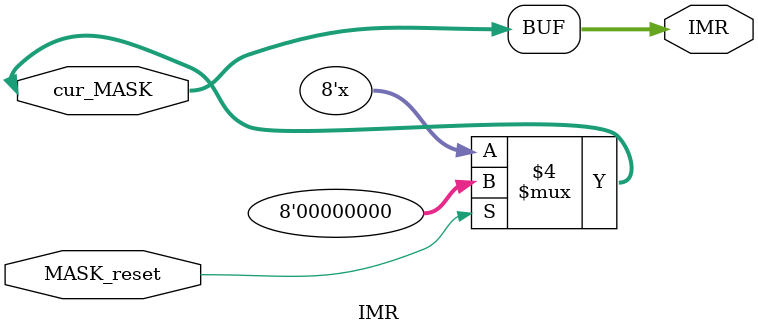
<source format=v>
module IMR (
	input wire [7:0] cur_MASK, // FROM CONTROL LOGIC
	input wire MASK_reset, // FROM CONTROL LOGIC
	 
	output reg[7:0]  IMR  // To priority resolver 	

);
    always @(MASK_reset) begin
      if(MASK_reset)
        IMR = 8'b0; 
    end
  
	always @(cur_MASK) begin
		IMR = cur_MASK;
	end

endmodule


</source>
